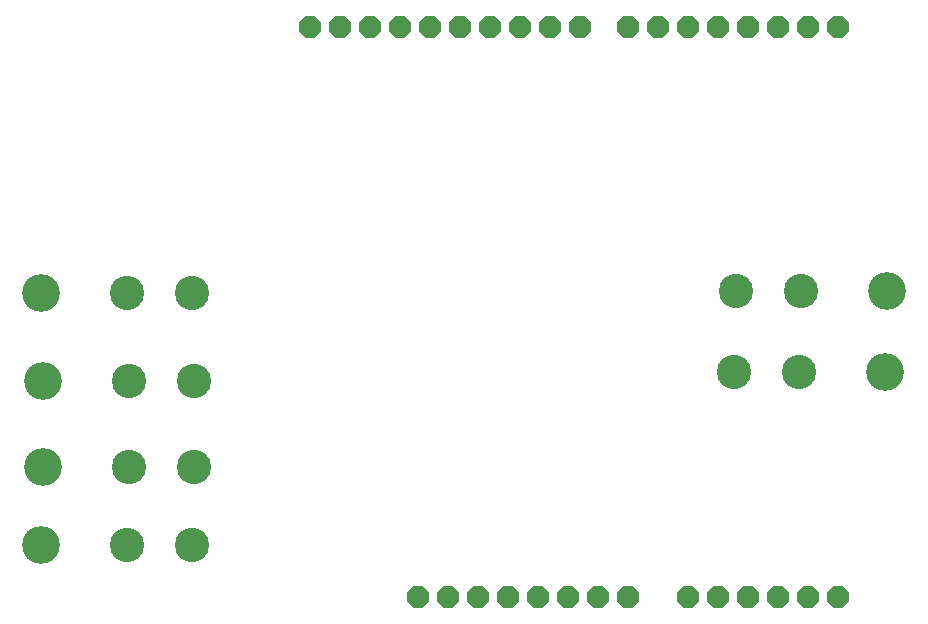
<source format=gbr>
G04 EAGLE Gerber RS-274X export*
G75*
%MOMM*%
%FSLAX34Y34*%
%LPD*%
%INSoldermask Top*%
%IPPOS*%
%AMOC8*
5,1,8,0,0,1.08239X$1,22.5*%
G01*
%ADD10P,2.034460X8X22.500000*%
%ADD11C,2.903200*%
%ADD12C,3.203200*%


D10*
X533400Y508000D03*
X508000Y25400D03*
X558800Y508000D03*
X584200Y508000D03*
X609600Y508000D03*
X635000Y508000D03*
X508000Y508000D03*
X482600Y508000D03*
X457200Y508000D03*
X416560Y508000D03*
X391160Y508000D03*
X365760Y508000D03*
X340360Y508000D03*
X314960Y508000D03*
X289560Y508000D03*
X264160Y508000D03*
X238760Y508000D03*
X533400Y25400D03*
X558800Y25400D03*
X584200Y25400D03*
X609600Y25400D03*
X635000Y25400D03*
X457200Y25400D03*
X431800Y25400D03*
X406400Y25400D03*
X381000Y25400D03*
X355600Y25400D03*
X330200Y25400D03*
X213360Y508000D03*
X187960Y508000D03*
X304800Y25400D03*
X279400Y25400D03*
D11*
X601980Y215900D03*
X546980Y215900D03*
D12*
X674980Y215900D03*
D11*
X603250Y284480D03*
X548250Y284480D03*
D12*
X676250Y284480D03*
D11*
X33020Y69850D03*
X88020Y69850D03*
D12*
X-39980Y69850D03*
D11*
X34290Y135890D03*
X89290Y135890D03*
D12*
X-38710Y135890D03*
D11*
X33020Y283210D03*
X88020Y283210D03*
D12*
X-39980Y283210D03*
D11*
X34290Y208280D03*
X89290Y208280D03*
D12*
X-38710Y208280D03*
M02*

</source>
